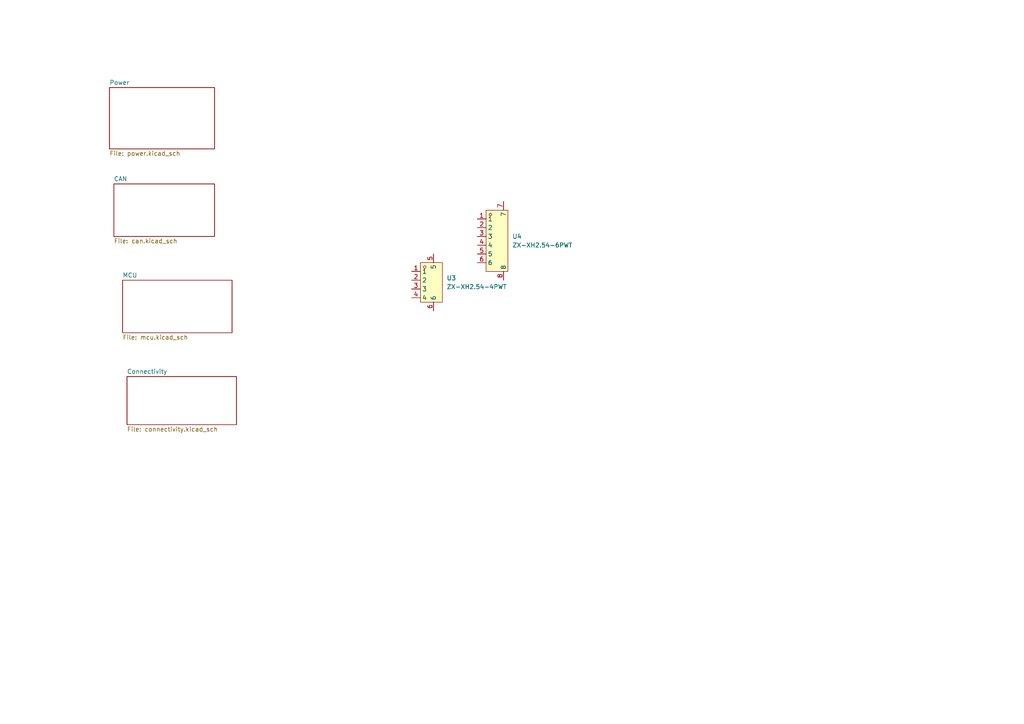
<source format=kicad_sch>
(kicad_sch (version 20250114) (generator "eeschema") (generator_version "9.0")
  (paper "A4")
  (lib_symbols
    (symbol "LCSC:ZX-XH2.54-4PWT"
      (property "Reference" "U" (at 0 13.97 0))
      (property "Value" "ZX-XH2.54-4PWT" (at 0 -12.7 0))
      (symbol "ZX-XH2.54-4PWT_0_1"
        (rectangle (start -1.27 6.35) (end 5.08 -5.08) (fill (type background)))
        (circle (center 0 5.08) (radius 0.38))
        (pin unspecified line (at -3.81 3.81 0) (length 2.54) (name "1") (number "1"))
        (pin unspecified line (at -3.81 1.27 0) (length 2.54) (name "2") (number "2"))
        (pin unspecified line (at -3.81 -1.27 0) (length 2.54) (name "3") (number "3"))
        (pin unspecified line (at -3.81 -3.81 0) (length 2.54) (name "4") (number "4"))
        (pin unspecified line (at 2.54 8.89 270) (length 2.54) (name "5") (number "5"))
        (pin unspecified line (at 2.54 -7.62 90) (length 2.54) (name "6") (number "6"))
      )
    )
    (symbol "LCSC:ZX-XH2.54-6PWT"
      (property "Reference" "U" (at 0 16.51 0))
      (property "Value" "ZX-XH2.54-6PWT" (at 0 -16.51 0))
      (symbol "ZX-XH2.54-6PWT_0_1"
        (rectangle (start -1.27 8.89) (end 5.08 -8.89) (fill (type background)))
        (circle (center 0 7.62) (radius 0.38))
        (pin unspecified line (at -3.81 6.35 0) (length 2.54) (name "1") (number "1"))
        (pin unspecified line (at -3.81 3.81 0) (length 2.54) (name "2") (number "2"))
        (pin unspecified line (at -3.81 1.27 0) (length 2.54) (name "3") (number "3"))
        (pin unspecified line (at -3.81 -1.27 0) (length 2.54) (name "4") (number "4"))
        (pin unspecified line (at -3.81 -3.81 0) (length 2.54) (name "5") (number "5"))
        (pin unspecified line (at -3.81 -6.35 0) (length 2.54) (name "6") (number "6"))
        (pin unspecified line (at 3.81 11.43 270) (length 2.54) (name "7") (number "7"))
        (pin unspecified line (at 3.81 -11.43 90) (length 2.54) (name "8") (number "8"))
      )
    )
  )
  (symbol (lib_id "LCSC:ZX-XH2.54-4PWT") (at 123.19 82.55 0) (unit 1)
    (property "Reference" "U3" (at 129.54 80.6449 0) (effects (justify left)))
    (property "Value" "ZX-XH2.54-4PWT" (at 129.54 83.1849 0) (effects (justify left)))
    (property "Footprint" "easyeda2kicad:CONN-SMD_4P-P2.50-WAFER-254W-4P" (effects (hide yes)))
    (property "LCSC Part" "C7429673" (effects (hide yes)))
  )
  (symbol (lib_id "LCSC:ZX-XH2.54-6PWT") (at 142.24 69.85 0) (unit 1)
    (property "Reference" "U4" (at 148.59 68.5799 0) (effects (justify left)))
    (property "Value" "ZX-XH2.54-6PWT" (at 148.59 71.1199 0) (effects (justify left)))
    (property "Footprint" "easyeda2kicad:CONN-SMD_ZX-XH2.54-6PWT" (effects (hide yes)))
    (property "LCSC Part" "C7429675" (effects (hide yes)))
  )
  (sheet (at 35.56 81.28) (size 31.75 15.24) (stroke (width 0.1524))
    (property "Sheetname" "MCU" (at 35.56 80.5684 0) (effects (justify left bottom)))
    (property "Sheetfile" "mcu.kicad_sch" (at 35.56 97.1046 0) (effects (justify left top)))
  )
  (sheet (at 33.02 53.34) (size 29.21 15.24) (stroke (width 0.1524))
    (property "Sheetname" "CAN" (at 33.02 52.6284 0) (effects (justify left bottom)))
    (property "Sheetfile" "can.kicad_sch" (at 33.02 69.1646 0) (effects (justify left top)))
  )
  (sheet (at 36.83 109.22) (size 31.75 13.97) (stroke (width 0.1524))
    (property "Sheetname" "Connectivity" (at 36.83 108.5084 0) (effects (justify left bottom)))
    (property "Sheetfile" "connectivity.kicad_sch" (at 36.83 123.7746 0) (effects (justify left top)))
  )
  (sheet (at 31.75 25.4) (size 30.48 17.78) (stroke (width 0.1524))
    (property "Sheetname" "Power" (at 31.75 24.6884 0) (effects (justify left bottom)))
    (property "Sheetfile" "power.kicad_sch" (at 31.75 43.7646 0) (effects (justify left top)))
  )
)
</source>
